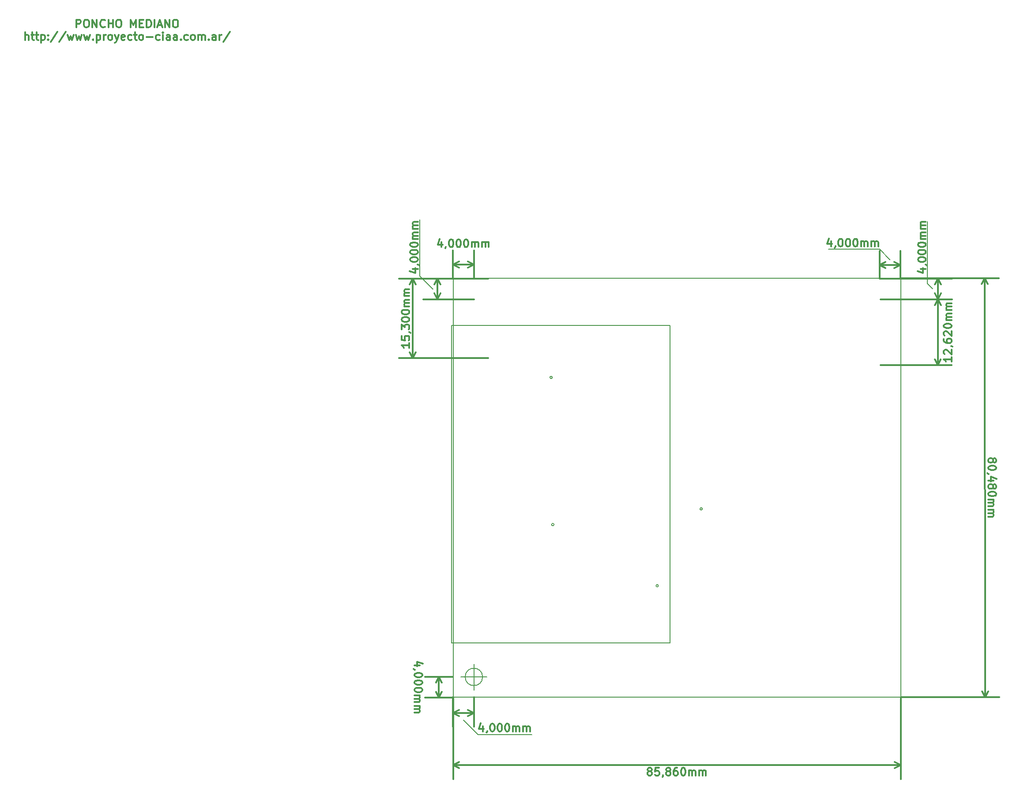
<source format=gbr>
G04 #@! TF.FileFunction,Drawing*
%FSLAX46Y46*%
G04 Gerber Fmt 4.6, Leading zero omitted, Abs format (unit mm)*
G04 Created by KiCad (PCBNEW 4.0.2-stable) date 30/10/2016 11:04:25*
%MOMM*%
G01*
G04 APERTURE LIST*
%ADD10C,0.100000*%
%ADD11C,0.150000*%
%ADD12C,0.300000*%
%ADD13C,0.200000*%
G04 APERTURE END LIST*
D10*
D11*
X1666666Y0D02*
G75*
G03X1666666Y0I-1666666J0D01*
G01*
X-2500000Y0D02*
X2500000Y0D01*
X0Y2500000D02*
X0Y-2500000D01*
D12*
X-10378571Y2214285D02*
X-11378571Y2214285D01*
X-9807143Y2571428D02*
X-10878571Y2928571D01*
X-10878571Y1999999D01*
X-11307143Y1357143D02*
X-11378571Y1357143D01*
X-11521429Y1428571D01*
X-11592857Y1500000D01*
X-9878571Y428571D02*
X-9878571Y285714D01*
X-9950000Y142857D01*
X-10021429Y71428D01*
X-10164286Y-1D01*
X-10450000Y-71429D01*
X-10807143Y-71429D01*
X-11092857Y-1D01*
X-11235714Y71428D01*
X-11307143Y142857D01*
X-11378571Y285714D01*
X-11378571Y428571D01*
X-11307143Y571428D01*
X-11235714Y642857D01*
X-11092857Y714285D01*
X-10807143Y785714D01*
X-10450000Y785714D01*
X-10164286Y714285D01*
X-10021429Y642857D01*
X-9950000Y571428D01*
X-9878571Y428571D01*
X-9878571Y-1000000D02*
X-9878571Y-1142857D01*
X-9950000Y-1285714D01*
X-10021429Y-1357143D01*
X-10164286Y-1428572D01*
X-10450000Y-1500000D01*
X-10807143Y-1500000D01*
X-11092857Y-1428572D01*
X-11235714Y-1357143D01*
X-11307143Y-1285714D01*
X-11378571Y-1142857D01*
X-11378571Y-1000000D01*
X-11307143Y-857143D01*
X-11235714Y-785714D01*
X-11092857Y-714286D01*
X-10807143Y-642857D01*
X-10450000Y-642857D01*
X-10164286Y-714286D01*
X-10021429Y-785714D01*
X-9950000Y-857143D01*
X-9878571Y-1000000D01*
X-9878571Y-2428571D02*
X-9878571Y-2571428D01*
X-9950000Y-2714285D01*
X-10021429Y-2785714D01*
X-10164286Y-2857143D01*
X-10450000Y-2928571D01*
X-10807143Y-2928571D01*
X-11092857Y-2857143D01*
X-11235714Y-2785714D01*
X-11307143Y-2714285D01*
X-11378571Y-2571428D01*
X-11378571Y-2428571D01*
X-11307143Y-2285714D01*
X-11235714Y-2214285D01*
X-11092857Y-2142857D01*
X-10807143Y-2071428D01*
X-10450000Y-2071428D01*
X-10164286Y-2142857D01*
X-10021429Y-2214285D01*
X-9950000Y-2285714D01*
X-9878571Y-2428571D01*
X-11378571Y-3571428D02*
X-10378571Y-3571428D01*
X-10521429Y-3571428D02*
X-10450000Y-3642856D01*
X-10378571Y-3785714D01*
X-10378571Y-3999999D01*
X-10450000Y-4142856D01*
X-10592857Y-4214285D01*
X-11378571Y-4214285D01*
X-10592857Y-4214285D02*
X-10450000Y-4285714D01*
X-10378571Y-4428571D01*
X-10378571Y-4642856D01*
X-10450000Y-4785714D01*
X-10592857Y-4857142D01*
X-11378571Y-4857142D01*
X-11378571Y-5571428D02*
X-10378571Y-5571428D01*
X-10521429Y-5571428D02*
X-10450000Y-5642856D01*
X-10378571Y-5785714D01*
X-10378571Y-5999999D01*
X-10450000Y-6142856D01*
X-10592857Y-6214285D01*
X-11378571Y-6214285D01*
X-10592857Y-6214285D02*
X-10450000Y-6285714D01*
X-10378571Y-6428571D01*
X-10378571Y-6642856D01*
X-10450000Y-6785714D01*
X-10592857Y-6857142D01*
X-11378571Y-6857142D01*
X-6700000Y0D02*
X-6700000Y-4000000D01*
X-4000000Y0D02*
X-9400000Y0D01*
X-4000000Y-4000000D02*
X-9400000Y-4000000D01*
X-6700000Y-4000000D02*
X-7286421Y-2873496D01*
X-6700000Y-4000000D02*
X-6113579Y-2873496D01*
X-6700000Y0D02*
X-7286421Y-1126504D01*
X-6700000Y0D02*
X-6113579Y-1126504D01*
D13*
X800000Y-11100000D02*
X11100000Y-11100000D01*
X-2000000Y-8300000D02*
X800000Y-11100000D01*
D12*
X1685715Y-9478571D02*
X1685715Y-10478571D01*
X1328572Y-8907143D02*
X971429Y-9978571D01*
X1900001Y-9978571D01*
X2542857Y-10407143D02*
X2542857Y-10478571D01*
X2471429Y-10621429D01*
X2400000Y-10692857D01*
X3471429Y-8978571D02*
X3614286Y-8978571D01*
X3757143Y-9050000D01*
X3828572Y-9121429D01*
X3900001Y-9264286D01*
X3971429Y-9550000D01*
X3971429Y-9907143D01*
X3900001Y-10192857D01*
X3828572Y-10335714D01*
X3757143Y-10407143D01*
X3614286Y-10478571D01*
X3471429Y-10478571D01*
X3328572Y-10407143D01*
X3257143Y-10335714D01*
X3185715Y-10192857D01*
X3114286Y-9907143D01*
X3114286Y-9550000D01*
X3185715Y-9264286D01*
X3257143Y-9121429D01*
X3328572Y-9050000D01*
X3471429Y-8978571D01*
X4900000Y-8978571D02*
X5042857Y-8978571D01*
X5185714Y-9050000D01*
X5257143Y-9121429D01*
X5328572Y-9264286D01*
X5400000Y-9550000D01*
X5400000Y-9907143D01*
X5328572Y-10192857D01*
X5257143Y-10335714D01*
X5185714Y-10407143D01*
X5042857Y-10478571D01*
X4900000Y-10478571D01*
X4757143Y-10407143D01*
X4685714Y-10335714D01*
X4614286Y-10192857D01*
X4542857Y-9907143D01*
X4542857Y-9550000D01*
X4614286Y-9264286D01*
X4685714Y-9121429D01*
X4757143Y-9050000D01*
X4900000Y-8978571D01*
X6328571Y-8978571D02*
X6471428Y-8978571D01*
X6614285Y-9050000D01*
X6685714Y-9121429D01*
X6757143Y-9264286D01*
X6828571Y-9550000D01*
X6828571Y-9907143D01*
X6757143Y-10192857D01*
X6685714Y-10335714D01*
X6614285Y-10407143D01*
X6471428Y-10478571D01*
X6328571Y-10478571D01*
X6185714Y-10407143D01*
X6114285Y-10335714D01*
X6042857Y-10192857D01*
X5971428Y-9907143D01*
X5971428Y-9550000D01*
X6042857Y-9264286D01*
X6114285Y-9121429D01*
X6185714Y-9050000D01*
X6328571Y-8978571D01*
X7471428Y-10478571D02*
X7471428Y-9478571D01*
X7471428Y-9621429D02*
X7542856Y-9550000D01*
X7685714Y-9478571D01*
X7899999Y-9478571D01*
X8042856Y-9550000D01*
X8114285Y-9692857D01*
X8114285Y-10478571D01*
X8114285Y-9692857D02*
X8185714Y-9550000D01*
X8328571Y-9478571D01*
X8542856Y-9478571D01*
X8685714Y-9550000D01*
X8757142Y-9692857D01*
X8757142Y-10478571D01*
X9471428Y-10478571D02*
X9471428Y-9478571D01*
X9471428Y-9621429D02*
X9542856Y-9550000D01*
X9685714Y-9478571D01*
X9899999Y-9478571D01*
X10042856Y-9550000D01*
X10114285Y-9692857D01*
X10114285Y-10478571D01*
X10114285Y-9692857D02*
X10185714Y-9550000D01*
X10328571Y-9478571D01*
X10542856Y-9478571D01*
X10685714Y-9550000D01*
X10757142Y-9692857D01*
X10757142Y-10478571D01*
X0Y-6900000D02*
X-4000000Y-6900000D01*
X0Y-3900000D02*
X0Y-9600000D01*
X-4000000Y-3900000D02*
X-4000000Y-9600000D01*
X-4000000Y-6900000D02*
X-2873496Y-6313579D01*
X-4000000Y-6900000D02*
X-2873496Y-7486421D01*
X0Y-6900000D02*
X-1126504Y-6313579D01*
X0Y-6900000D02*
X-1126504Y-7486421D01*
D13*
X-10400000Y77000000D02*
X-10400000Y87800000D01*
X-7800000Y74400000D02*
X-10400000Y77000000D01*
D12*
X-6214285Y83521429D02*
X-6214285Y82521429D01*
X-6571428Y84092857D02*
X-6928571Y83021429D01*
X-5999999Y83021429D01*
X-5357143Y82592857D02*
X-5357143Y82521429D01*
X-5428571Y82378571D01*
X-5500000Y82307143D01*
X-4428571Y84021429D02*
X-4285714Y84021429D01*
X-4142857Y83950000D01*
X-4071428Y83878571D01*
X-3999999Y83735714D01*
X-3928571Y83450000D01*
X-3928571Y83092857D01*
X-3999999Y82807143D01*
X-4071428Y82664286D01*
X-4142857Y82592857D01*
X-4285714Y82521429D01*
X-4428571Y82521429D01*
X-4571428Y82592857D01*
X-4642857Y82664286D01*
X-4714285Y82807143D01*
X-4785714Y83092857D01*
X-4785714Y83450000D01*
X-4714285Y83735714D01*
X-4642857Y83878571D01*
X-4571428Y83950000D01*
X-4428571Y84021429D01*
X-3000000Y84021429D02*
X-2857143Y84021429D01*
X-2714286Y83950000D01*
X-2642857Y83878571D01*
X-2571428Y83735714D01*
X-2500000Y83450000D01*
X-2500000Y83092857D01*
X-2571428Y82807143D01*
X-2642857Y82664286D01*
X-2714286Y82592857D01*
X-2857143Y82521429D01*
X-3000000Y82521429D01*
X-3142857Y82592857D01*
X-3214286Y82664286D01*
X-3285714Y82807143D01*
X-3357143Y83092857D01*
X-3357143Y83450000D01*
X-3285714Y83735714D01*
X-3214286Y83878571D01*
X-3142857Y83950000D01*
X-3000000Y84021429D01*
X-1571429Y84021429D02*
X-1428572Y84021429D01*
X-1285715Y83950000D01*
X-1214286Y83878571D01*
X-1142857Y83735714D01*
X-1071429Y83450000D01*
X-1071429Y83092857D01*
X-1142857Y82807143D01*
X-1214286Y82664286D01*
X-1285715Y82592857D01*
X-1428572Y82521429D01*
X-1571429Y82521429D01*
X-1714286Y82592857D01*
X-1785715Y82664286D01*
X-1857143Y82807143D01*
X-1928572Y83092857D01*
X-1928572Y83450000D01*
X-1857143Y83735714D01*
X-1785715Y83878571D01*
X-1714286Y83950000D01*
X-1571429Y84021429D01*
X-428572Y82521429D02*
X-428572Y83521429D01*
X-428572Y83378571D02*
X-357144Y83450000D01*
X-214286Y83521429D01*
X-1Y83521429D01*
X142856Y83450000D01*
X214285Y83307143D01*
X214285Y82521429D01*
X214285Y83307143D02*
X285714Y83450000D01*
X428571Y83521429D01*
X642856Y83521429D01*
X785714Y83450000D01*
X857142Y83307143D01*
X857142Y82521429D01*
X1571428Y82521429D02*
X1571428Y83521429D01*
X1571428Y83378571D02*
X1642856Y83450000D01*
X1785714Y83521429D01*
X1999999Y83521429D01*
X2142856Y83450000D01*
X2214285Y83307143D01*
X2214285Y82521429D01*
X2214285Y83307143D02*
X2285714Y83450000D01*
X2428571Y83521429D01*
X2642856Y83521429D01*
X2785714Y83450000D01*
X2857142Y83307143D01*
X2857142Y82521429D01*
X0Y79200000D02*
X-4000000Y79200000D01*
X0Y76500000D02*
X0Y81900000D01*
X-4000000Y76500000D02*
X-4000000Y81900000D01*
X-4000000Y79200000D02*
X-2873496Y79786421D01*
X-4000000Y79200000D02*
X-2873496Y78613579D01*
X0Y79200000D02*
X-1126504Y79786421D01*
X0Y79200000D02*
X-1126504Y78613579D01*
D13*
X77800000Y82100000D02*
X68000000Y82100000D01*
X79800000Y80100000D02*
X77800000Y82100000D01*
D12*
X68485715Y83621429D02*
X68485715Y82621429D01*
X68128572Y84192857D02*
X67771429Y83121429D01*
X68700001Y83121429D01*
X69342857Y82692857D02*
X69342857Y82621429D01*
X69271429Y82478571D01*
X69200000Y82407143D01*
X70271429Y84121429D02*
X70414286Y84121429D01*
X70557143Y84050000D01*
X70628572Y83978571D01*
X70700001Y83835714D01*
X70771429Y83550000D01*
X70771429Y83192857D01*
X70700001Y82907143D01*
X70628572Y82764286D01*
X70557143Y82692857D01*
X70414286Y82621429D01*
X70271429Y82621429D01*
X70128572Y82692857D01*
X70057143Y82764286D01*
X69985715Y82907143D01*
X69914286Y83192857D01*
X69914286Y83550000D01*
X69985715Y83835714D01*
X70057143Y83978571D01*
X70128572Y84050000D01*
X70271429Y84121429D01*
X71700000Y84121429D02*
X71842857Y84121429D01*
X71985714Y84050000D01*
X72057143Y83978571D01*
X72128572Y83835714D01*
X72200000Y83550000D01*
X72200000Y83192857D01*
X72128572Y82907143D01*
X72057143Y82764286D01*
X71985714Y82692857D01*
X71842857Y82621429D01*
X71700000Y82621429D01*
X71557143Y82692857D01*
X71485714Y82764286D01*
X71414286Y82907143D01*
X71342857Y83192857D01*
X71342857Y83550000D01*
X71414286Y83835714D01*
X71485714Y83978571D01*
X71557143Y84050000D01*
X71700000Y84121429D01*
X73128571Y84121429D02*
X73271428Y84121429D01*
X73414285Y84050000D01*
X73485714Y83978571D01*
X73557143Y83835714D01*
X73628571Y83550000D01*
X73628571Y83192857D01*
X73557143Y82907143D01*
X73485714Y82764286D01*
X73414285Y82692857D01*
X73271428Y82621429D01*
X73128571Y82621429D01*
X72985714Y82692857D01*
X72914285Y82764286D01*
X72842857Y82907143D01*
X72771428Y83192857D01*
X72771428Y83550000D01*
X72842857Y83835714D01*
X72914285Y83978571D01*
X72985714Y84050000D01*
X73128571Y84121429D01*
X74271428Y82621429D02*
X74271428Y83621429D01*
X74271428Y83478571D02*
X74342856Y83550000D01*
X74485714Y83621429D01*
X74699999Y83621429D01*
X74842856Y83550000D01*
X74914285Y83407143D01*
X74914285Y82621429D01*
X74914285Y83407143D02*
X74985714Y83550000D01*
X75128571Y83621429D01*
X75342856Y83621429D01*
X75485714Y83550000D01*
X75557142Y83407143D01*
X75557142Y82621429D01*
X76271428Y82621429D02*
X76271428Y83621429D01*
X76271428Y83478571D02*
X76342856Y83550000D01*
X76485714Y83621429D01*
X76699999Y83621429D01*
X76842856Y83550000D01*
X76914285Y83407143D01*
X76914285Y82621429D01*
X76914285Y83407143D02*
X76985714Y83550000D01*
X77128571Y83621429D01*
X77342856Y83621429D01*
X77485714Y83550000D01*
X77557142Y83407143D01*
X77557142Y82621429D01*
X77800000Y79100000D02*
X81800000Y79100000D01*
X77800000Y76500000D02*
X77800000Y81800000D01*
X81800000Y76500000D02*
X81800000Y81800000D01*
X81800000Y79100000D02*
X80673496Y78513579D01*
X81800000Y79100000D02*
X80673496Y79686421D01*
X77800000Y79100000D02*
X78926504Y78513579D01*
X77800000Y79100000D02*
X78926504Y79686421D01*
X-12371429Y64064287D02*
X-12371429Y63207144D01*
X-12371429Y63635716D02*
X-13871429Y63635716D01*
X-13657143Y63492859D01*
X-13514286Y63350001D01*
X-13442857Y63207144D01*
X-13871429Y65421430D02*
X-13871429Y64707144D01*
X-13157143Y64635715D01*
X-13228571Y64707144D01*
X-13300000Y64850001D01*
X-13300000Y65207144D01*
X-13228571Y65350001D01*
X-13157143Y65421430D01*
X-13014286Y65492858D01*
X-12657143Y65492858D01*
X-12514286Y65421430D01*
X-12442857Y65350001D01*
X-12371429Y65207144D01*
X-12371429Y64850001D01*
X-12442857Y64707144D01*
X-12514286Y64635715D01*
X-12442857Y66207143D02*
X-12371429Y66207143D01*
X-12228571Y66135715D01*
X-12157143Y66064286D01*
X-13871429Y66707144D02*
X-13871429Y67635715D01*
X-13300000Y67135715D01*
X-13300000Y67350001D01*
X-13228571Y67492858D01*
X-13157143Y67564287D01*
X-13014286Y67635715D01*
X-12657143Y67635715D01*
X-12514286Y67564287D01*
X-12442857Y67492858D01*
X-12371429Y67350001D01*
X-12371429Y66921429D01*
X-12442857Y66778572D01*
X-12514286Y66707144D01*
X-13871429Y68564286D02*
X-13871429Y68707143D01*
X-13800000Y68850000D01*
X-13728571Y68921429D01*
X-13585714Y68992858D01*
X-13300000Y69064286D01*
X-12942857Y69064286D01*
X-12657143Y68992858D01*
X-12514286Y68921429D01*
X-12442857Y68850000D01*
X-12371429Y68707143D01*
X-12371429Y68564286D01*
X-12442857Y68421429D01*
X-12514286Y68350000D01*
X-12657143Y68278572D01*
X-12942857Y68207143D01*
X-13300000Y68207143D01*
X-13585714Y68278572D01*
X-13728571Y68350000D01*
X-13800000Y68421429D01*
X-13871429Y68564286D01*
X-13871429Y69992857D02*
X-13871429Y70135714D01*
X-13800000Y70278571D01*
X-13728571Y70350000D01*
X-13585714Y70421429D01*
X-13300000Y70492857D01*
X-12942857Y70492857D01*
X-12657143Y70421429D01*
X-12514286Y70350000D01*
X-12442857Y70278571D01*
X-12371429Y70135714D01*
X-12371429Y69992857D01*
X-12442857Y69850000D01*
X-12514286Y69778571D01*
X-12657143Y69707143D01*
X-12942857Y69635714D01*
X-13300000Y69635714D01*
X-13585714Y69707143D01*
X-13728571Y69778571D01*
X-13800000Y69850000D01*
X-13871429Y69992857D01*
X-12371429Y71135714D02*
X-13371429Y71135714D01*
X-13228571Y71135714D02*
X-13300000Y71207142D01*
X-13371429Y71350000D01*
X-13371429Y71564285D01*
X-13300000Y71707142D01*
X-13157143Y71778571D01*
X-12371429Y71778571D01*
X-13157143Y71778571D02*
X-13300000Y71850000D01*
X-13371429Y71992857D01*
X-13371429Y72207142D01*
X-13300000Y72350000D01*
X-13157143Y72421428D01*
X-12371429Y72421428D01*
X-12371429Y73135714D02*
X-13371429Y73135714D01*
X-13228571Y73135714D02*
X-13300000Y73207142D01*
X-13371429Y73350000D01*
X-13371429Y73564285D01*
X-13300000Y73707142D01*
X-13157143Y73778571D01*
X-12371429Y73778571D01*
X-13157143Y73778571D02*
X-13300000Y73850000D01*
X-13371429Y73992857D01*
X-13371429Y74207142D01*
X-13300000Y74350000D01*
X-13157143Y74421428D01*
X-12371429Y74421428D01*
X-11700000Y61200000D02*
X-11700000Y76500000D01*
X2700000Y61200000D02*
X-14400000Y61200000D01*
X2700000Y76500000D02*
X-14400000Y76500000D01*
X-11700000Y76500000D02*
X-11113579Y75373496D01*
X-11700000Y76500000D02*
X-12286421Y75373496D01*
X-11700000Y61200000D02*
X-11113579Y62326504D01*
X-11700000Y61200000D02*
X-12286421Y62326504D01*
X-11721429Y78285715D02*
X-10721429Y78285715D01*
X-12292857Y77928572D02*
X-11221429Y77571429D01*
X-11221429Y78500001D01*
X-10792857Y79142857D02*
X-10721429Y79142857D01*
X-10578571Y79071429D01*
X-10507143Y79000000D01*
X-12221429Y80071429D02*
X-12221429Y80214286D01*
X-12150000Y80357143D01*
X-12078571Y80428572D01*
X-11935714Y80500001D01*
X-11650000Y80571429D01*
X-11292857Y80571429D01*
X-11007143Y80500001D01*
X-10864286Y80428572D01*
X-10792857Y80357143D01*
X-10721429Y80214286D01*
X-10721429Y80071429D01*
X-10792857Y79928572D01*
X-10864286Y79857143D01*
X-11007143Y79785715D01*
X-11292857Y79714286D01*
X-11650000Y79714286D01*
X-11935714Y79785715D01*
X-12078571Y79857143D01*
X-12150000Y79928572D01*
X-12221429Y80071429D01*
X-12221429Y81500000D02*
X-12221429Y81642857D01*
X-12150000Y81785714D01*
X-12078571Y81857143D01*
X-11935714Y81928572D01*
X-11650000Y82000000D01*
X-11292857Y82000000D01*
X-11007143Y81928572D01*
X-10864286Y81857143D01*
X-10792857Y81785714D01*
X-10721429Y81642857D01*
X-10721429Y81500000D01*
X-10792857Y81357143D01*
X-10864286Y81285714D01*
X-11007143Y81214286D01*
X-11292857Y81142857D01*
X-11650000Y81142857D01*
X-11935714Y81214286D01*
X-12078571Y81285714D01*
X-12150000Y81357143D01*
X-12221429Y81500000D01*
X-12221429Y82928571D02*
X-12221429Y83071428D01*
X-12150000Y83214285D01*
X-12078571Y83285714D01*
X-11935714Y83357143D01*
X-11650000Y83428571D01*
X-11292857Y83428571D01*
X-11007143Y83357143D01*
X-10864286Y83285714D01*
X-10792857Y83214285D01*
X-10721429Y83071428D01*
X-10721429Y82928571D01*
X-10792857Y82785714D01*
X-10864286Y82714285D01*
X-11007143Y82642857D01*
X-11292857Y82571428D01*
X-11650000Y82571428D01*
X-11935714Y82642857D01*
X-12078571Y82714285D01*
X-12150000Y82785714D01*
X-12221429Y82928571D01*
X-10721429Y84071428D02*
X-11721429Y84071428D01*
X-11578571Y84071428D02*
X-11650000Y84142856D01*
X-11721429Y84285714D01*
X-11721429Y84499999D01*
X-11650000Y84642856D01*
X-11507143Y84714285D01*
X-10721429Y84714285D01*
X-11507143Y84714285D02*
X-11650000Y84785714D01*
X-11721429Y84928571D01*
X-11721429Y85142856D01*
X-11650000Y85285714D01*
X-11507143Y85357142D01*
X-10721429Y85357142D01*
X-10721429Y86071428D02*
X-11721429Y86071428D01*
X-11578571Y86071428D02*
X-11650000Y86142856D01*
X-11721429Y86285714D01*
X-11721429Y86499999D01*
X-11650000Y86642856D01*
X-11507143Y86714285D01*
X-10721429Y86714285D01*
X-11507143Y86714285D02*
X-11650000Y86785714D01*
X-11721429Y86928571D01*
X-11721429Y87142856D01*
X-11650000Y87285714D01*
X-11507143Y87357142D01*
X-10721429Y87357142D01*
X-7000000Y72500000D02*
X-7000000Y76500000D01*
X0Y72500000D02*
X-9700000Y72500000D01*
X0Y76500000D02*
X-9700000Y76500000D01*
X-7000000Y76500000D02*
X-6413579Y75373496D01*
X-7000000Y76500000D02*
X-7586421Y75373496D01*
X-7000000Y72500000D02*
X-6413579Y73626504D01*
X-7000000Y72500000D02*
X-7586421Y73626504D01*
X91627193Y61392687D02*
X91625155Y60535547D01*
X91626174Y60964118D02*
X90126178Y60967683D01*
X90340124Y60824317D01*
X90482641Y60681120D01*
X90553730Y60538094D01*
X90271413Y61967340D02*
X90200154Y62038939D01*
X90129065Y62181965D01*
X90129914Y62539107D01*
X90201682Y62681794D01*
X90273281Y62753053D01*
X90416307Y62824141D01*
X90559164Y62823801D01*
X90773279Y62751864D01*
X91628381Y61892686D01*
X91630589Y62821254D01*
X91560859Y63535707D02*
X91632287Y63535537D01*
X91774974Y63463770D01*
X91846232Y63392171D01*
X90135347Y64824815D02*
X90134668Y64539101D01*
X90205757Y64396075D01*
X90277016Y64324476D01*
X90490961Y64181110D01*
X90776505Y64109002D01*
X91347932Y64107644D01*
X91490958Y64178733D01*
X91562557Y64249991D01*
X91634324Y64392679D01*
X91635003Y64678392D01*
X91563915Y64821419D01*
X91492656Y64893017D01*
X91349969Y64964785D01*
X90992827Y64965634D01*
X90849801Y64894545D01*
X90778203Y64823286D01*
X90706435Y64680600D01*
X90705756Y64394886D01*
X90776845Y64251859D01*
X90848103Y64180261D01*
X90990790Y64108493D01*
X90279903Y65538758D02*
X90208644Y65610356D01*
X90137555Y65753383D01*
X90138404Y66110525D01*
X90210172Y66253212D01*
X90281771Y66324471D01*
X90424797Y66395559D01*
X90567654Y66395219D01*
X90781769Y66323282D01*
X91636871Y65464104D01*
X91639078Y66392672D01*
X90141290Y67324806D02*
X90141630Y67467663D01*
X90213398Y67610350D01*
X90284997Y67681609D01*
X90428023Y67752698D01*
X90713906Y67823447D01*
X91071048Y67822598D01*
X91356591Y67750491D01*
X91499278Y67678722D01*
X91570537Y67607124D01*
X91641625Y67464097D01*
X91641286Y67321241D01*
X91569518Y67178554D01*
X91497920Y67107295D01*
X91354893Y67036207D01*
X91069010Y66965457D01*
X90711868Y66966306D01*
X90426325Y67038414D01*
X90283638Y67110181D01*
X90212379Y67181780D01*
X90141290Y67324806D01*
X91644003Y68464094D02*
X90644005Y68466472D01*
X90786863Y68466132D02*
X90715604Y68537730D01*
X90644515Y68680757D01*
X90645024Y68895041D01*
X90716793Y69037728D01*
X90859819Y69108817D01*
X91645531Y69106950D01*
X90859819Y69108817D02*
X90717132Y69180586D01*
X90646043Y69323612D01*
X90646552Y69537897D01*
X90718321Y69680584D01*
X90861347Y69751673D01*
X91647059Y69749805D01*
X91648757Y70464089D02*
X90648760Y70466466D01*
X90791617Y70466126D02*
X90720358Y70537724D01*
X90649269Y70680751D01*
X90649779Y70895036D01*
X90721547Y71037723D01*
X90864573Y71108812D01*
X91650285Y71106944D01*
X90864573Y71108812D02*
X90721887Y71180580D01*
X90650797Y71323607D01*
X90651307Y71537891D01*
X90723075Y71680579D01*
X90866102Y71751667D01*
X91651813Y71749799D01*
X89008487Y72473831D02*
X88978487Y59853831D01*
X78000000Y72500000D02*
X91708479Y72467413D01*
X77970000Y59880000D02*
X91678479Y59847413D01*
X88978487Y59853831D02*
X88394746Y60981726D01*
X88978487Y59853831D02*
X89567584Y60978938D01*
X89008487Y72473831D02*
X88419390Y71348724D01*
X89008487Y72473831D02*
X89592228Y71345936D01*
D13*
X87000000Y75500000D02*
X87000000Y87500000D01*
X88000000Y74500000D02*
X87000000Y75500000D01*
D12*
X85678571Y78285715D02*
X86678571Y78285715D01*
X85107143Y77928572D02*
X86178571Y77571429D01*
X86178571Y78500001D01*
X86607143Y79142857D02*
X86678571Y79142857D01*
X86821429Y79071429D01*
X86892857Y79000000D01*
X85178571Y80071429D02*
X85178571Y80214286D01*
X85250000Y80357143D01*
X85321429Y80428572D01*
X85464286Y80500001D01*
X85750000Y80571429D01*
X86107143Y80571429D01*
X86392857Y80500001D01*
X86535714Y80428572D01*
X86607143Y80357143D01*
X86678571Y80214286D01*
X86678571Y80071429D01*
X86607143Y79928572D01*
X86535714Y79857143D01*
X86392857Y79785715D01*
X86107143Y79714286D01*
X85750000Y79714286D01*
X85464286Y79785715D01*
X85321429Y79857143D01*
X85250000Y79928572D01*
X85178571Y80071429D01*
X85178571Y81500000D02*
X85178571Y81642857D01*
X85250000Y81785714D01*
X85321429Y81857143D01*
X85464286Y81928572D01*
X85750000Y82000000D01*
X86107143Y82000000D01*
X86392857Y81928572D01*
X86535714Y81857143D01*
X86607143Y81785714D01*
X86678571Y81642857D01*
X86678571Y81500000D01*
X86607143Y81357143D01*
X86535714Y81285714D01*
X86392857Y81214286D01*
X86107143Y81142857D01*
X85750000Y81142857D01*
X85464286Y81214286D01*
X85321429Y81285714D01*
X85250000Y81357143D01*
X85178571Y81500000D01*
X85178571Y82928571D02*
X85178571Y83071428D01*
X85250000Y83214285D01*
X85321429Y83285714D01*
X85464286Y83357143D01*
X85750000Y83428571D01*
X86107143Y83428571D01*
X86392857Y83357143D01*
X86535714Y83285714D01*
X86607143Y83214285D01*
X86678571Y83071428D01*
X86678571Y82928571D01*
X86607143Y82785714D01*
X86535714Y82714285D01*
X86392857Y82642857D01*
X86107143Y82571428D01*
X85750000Y82571428D01*
X85464286Y82642857D01*
X85321429Y82714285D01*
X85250000Y82785714D01*
X85178571Y82928571D01*
X86678571Y84071428D02*
X85678571Y84071428D01*
X85821429Y84071428D02*
X85750000Y84142856D01*
X85678571Y84285714D01*
X85678571Y84499999D01*
X85750000Y84642856D01*
X85892857Y84714285D01*
X86678571Y84714285D01*
X85892857Y84714285D02*
X85750000Y84785714D01*
X85678571Y84928571D01*
X85678571Y85142856D01*
X85750000Y85285714D01*
X85892857Y85357142D01*
X86678571Y85357142D01*
X86678571Y86071428D02*
X85678571Y86071428D01*
X85821429Y86071428D02*
X85750000Y86142856D01*
X85678571Y86285714D01*
X85678571Y86499999D01*
X85750000Y86642856D01*
X85892857Y86714285D01*
X86678571Y86714285D01*
X85892857Y86714285D02*
X85750000Y86785714D01*
X85678571Y86928571D01*
X85678571Y87142856D01*
X85750000Y87285714D01*
X85892857Y87357142D01*
X86678571Y87357142D01*
X89000000Y72500000D02*
X89000000Y76500000D01*
X78000000Y72500000D02*
X91700000Y72500000D01*
X78000000Y76500000D02*
X91700000Y76500000D01*
X89000000Y76500000D02*
X89586421Y75373496D01*
X89000000Y76500000D02*
X88413579Y75373496D01*
X89000000Y72500000D02*
X89586421Y73626504D01*
X89000000Y72500000D02*
X88413579Y73626504D01*
X99564776Y41701534D02*
X99636169Y41844410D01*
X99707580Y41915856D01*
X99850420Y41987320D01*
X99921848Y41987338D01*
X100064722Y41915944D01*
X100136169Y41844534D01*
X100207634Y41701694D01*
X100207705Y41415980D01*
X100136311Y41273105D01*
X100064900Y41201658D01*
X99922061Y41130195D01*
X99850633Y41130177D01*
X99707758Y41201570D01*
X99636311Y41272981D01*
X99564847Y41415820D01*
X99564776Y41701534D01*
X99493312Y41844374D01*
X99421865Y41915785D01*
X99278991Y41987178D01*
X98993277Y41987107D01*
X98850437Y41915643D01*
X98779026Y41844197D01*
X98707634Y41701321D01*
X98707705Y41415607D01*
X98779168Y41272768D01*
X98850615Y41201357D01*
X98993490Y41129964D01*
X99279204Y41130035D01*
X99422043Y41201499D01*
X99493454Y41272945D01*
X99564847Y41415820D01*
X100208006Y40201695D02*
X100208042Y40058838D01*
X100136648Y39915963D01*
X100065237Y39844517D01*
X99922398Y39773052D01*
X99636702Y39701553D01*
X99279559Y39701464D01*
X98993827Y39772821D01*
X98850952Y39844215D01*
X98779505Y39915626D01*
X98708042Y40058465D01*
X98708006Y40201322D01*
X98779399Y40344197D01*
X98850810Y40415644D01*
X98993649Y40487107D01*
X99279346Y40558607D01*
X99636489Y40558696D01*
X99922220Y40487338D01*
X100065095Y40415946D01*
X100136542Y40344534D01*
X100208006Y40201695D01*
X98779736Y38987055D02*
X98708308Y38987037D01*
X98565433Y39058430D01*
X98493987Y39129841D01*
X99708628Y37701571D02*
X98708628Y37701322D01*
X100279967Y38058856D02*
X99208450Y38415733D01*
X99208681Y37487161D01*
X99566018Y36701535D02*
X99637412Y36844411D01*
X99708823Y36915857D01*
X99851662Y36987321D01*
X99923090Y36987339D01*
X100065965Y36915946D01*
X100137412Y36844535D01*
X100208876Y36701695D01*
X100208947Y36415981D01*
X100137554Y36273106D01*
X100066142Y36201660D01*
X99923303Y36130196D01*
X99851875Y36130178D01*
X99709000Y36201571D01*
X99637554Y36272982D01*
X99566089Y36415821D01*
X99566018Y36701535D01*
X99494555Y36844376D01*
X99423108Y36915786D01*
X99280233Y36987179D01*
X98994519Y36987108D01*
X98851680Y36915644D01*
X98780269Y36844198D01*
X98708876Y36701322D01*
X98708947Y36415608D01*
X98780411Y36272769D01*
X98851858Y36201358D01*
X98994732Y36129965D01*
X99280446Y36130036D01*
X99423286Y36201500D01*
X99494697Y36272947D01*
X99566089Y36415821D01*
X100209249Y35201696D02*
X100209284Y35058839D01*
X100137891Y34915964D01*
X100066480Y34844518D01*
X99923640Y34773053D01*
X99637944Y34701554D01*
X99280801Y34701465D01*
X98995070Y34772822D01*
X98852195Y34844216D01*
X98780748Y34915627D01*
X98709285Y35058466D01*
X98709249Y35201323D01*
X98780642Y35344198D01*
X98852053Y35415645D01*
X98994892Y35487108D01*
X99280588Y35558608D01*
X99637731Y35558697D01*
X99923463Y35487339D01*
X100066338Y35415947D01*
X100137784Y35344535D01*
X100209249Y35201696D01*
X98709533Y34058466D02*
X99709533Y34058715D01*
X99566675Y34058679D02*
X99638122Y33987269D01*
X99709586Y33844429D01*
X99709640Y33630144D01*
X99638246Y33487269D01*
X99495407Y33415805D01*
X98709693Y33415609D01*
X99495407Y33415805D02*
X99638282Y33344411D01*
X99709746Y33201572D01*
X99709799Y32987287D01*
X99638406Y32844411D01*
X99495567Y32772948D01*
X98709853Y32772752D01*
X98710030Y32058467D02*
X99710030Y32058715D01*
X99567172Y32058680D02*
X99638619Y31987269D01*
X99710083Y31844429D01*
X99710137Y31630144D01*
X99638743Y31487269D01*
X99495904Y31415805D01*
X98710190Y31415610D01*
X99495904Y31415805D02*
X99638779Y31344411D01*
X99710243Y31201572D01*
X99710296Y30987287D01*
X99638903Y30844411D01*
X99496064Y30772948D01*
X98710350Y30772753D01*
X98047536Y-3895987D02*
X98027536Y76584013D01*
X81900000Y-3900000D02*
X100747536Y-3895316D01*
X81880000Y76580000D02*
X100727536Y76584684D01*
X98027536Y76584013D02*
X98614237Y75457655D01*
X98027536Y76584013D02*
X97441395Y75457364D01*
X98047536Y-3895987D02*
X98633677Y-2769338D01*
X98047536Y-3895987D02*
X97460835Y-2769629D01*
X33592859Y-18111429D02*
X33450001Y-18040000D01*
X33378573Y-17968571D01*
X33307144Y-17825714D01*
X33307144Y-17754286D01*
X33378573Y-17611429D01*
X33450001Y-17540000D01*
X33592859Y-17468571D01*
X33878573Y-17468571D01*
X34021430Y-17540000D01*
X34092859Y-17611429D01*
X34164287Y-17754286D01*
X34164287Y-17825714D01*
X34092859Y-17968571D01*
X34021430Y-18040000D01*
X33878573Y-18111429D01*
X33592859Y-18111429D01*
X33450001Y-18182857D01*
X33378573Y-18254286D01*
X33307144Y-18397143D01*
X33307144Y-18682857D01*
X33378573Y-18825714D01*
X33450001Y-18897143D01*
X33592859Y-18968571D01*
X33878573Y-18968571D01*
X34021430Y-18897143D01*
X34092859Y-18825714D01*
X34164287Y-18682857D01*
X34164287Y-18397143D01*
X34092859Y-18254286D01*
X34021430Y-18182857D01*
X33878573Y-18111429D01*
X35521430Y-17468571D02*
X34807144Y-17468571D01*
X34735715Y-18182857D01*
X34807144Y-18111429D01*
X34950001Y-18040000D01*
X35307144Y-18040000D01*
X35450001Y-18111429D01*
X35521430Y-18182857D01*
X35592858Y-18325714D01*
X35592858Y-18682857D01*
X35521430Y-18825714D01*
X35450001Y-18897143D01*
X35307144Y-18968571D01*
X34950001Y-18968571D01*
X34807144Y-18897143D01*
X34735715Y-18825714D01*
X36307143Y-18897143D02*
X36307143Y-18968571D01*
X36235715Y-19111429D01*
X36164286Y-19182857D01*
X37164287Y-18111429D02*
X37021429Y-18040000D01*
X36950001Y-17968571D01*
X36878572Y-17825714D01*
X36878572Y-17754286D01*
X36950001Y-17611429D01*
X37021429Y-17540000D01*
X37164287Y-17468571D01*
X37450001Y-17468571D01*
X37592858Y-17540000D01*
X37664287Y-17611429D01*
X37735715Y-17754286D01*
X37735715Y-17825714D01*
X37664287Y-17968571D01*
X37592858Y-18040000D01*
X37450001Y-18111429D01*
X37164287Y-18111429D01*
X37021429Y-18182857D01*
X36950001Y-18254286D01*
X36878572Y-18397143D01*
X36878572Y-18682857D01*
X36950001Y-18825714D01*
X37021429Y-18897143D01*
X37164287Y-18968571D01*
X37450001Y-18968571D01*
X37592858Y-18897143D01*
X37664287Y-18825714D01*
X37735715Y-18682857D01*
X37735715Y-18397143D01*
X37664287Y-18254286D01*
X37592858Y-18182857D01*
X37450001Y-18111429D01*
X39021429Y-17468571D02*
X38735715Y-17468571D01*
X38592858Y-17540000D01*
X38521429Y-17611429D01*
X38378572Y-17825714D01*
X38307143Y-18111429D01*
X38307143Y-18682857D01*
X38378572Y-18825714D01*
X38450000Y-18897143D01*
X38592858Y-18968571D01*
X38878572Y-18968571D01*
X39021429Y-18897143D01*
X39092858Y-18825714D01*
X39164286Y-18682857D01*
X39164286Y-18325714D01*
X39092858Y-18182857D01*
X39021429Y-18111429D01*
X38878572Y-18040000D01*
X38592858Y-18040000D01*
X38450000Y-18111429D01*
X38378572Y-18182857D01*
X38307143Y-18325714D01*
X40092857Y-17468571D02*
X40235714Y-17468571D01*
X40378571Y-17540000D01*
X40450000Y-17611429D01*
X40521429Y-17754286D01*
X40592857Y-18040000D01*
X40592857Y-18397143D01*
X40521429Y-18682857D01*
X40450000Y-18825714D01*
X40378571Y-18897143D01*
X40235714Y-18968571D01*
X40092857Y-18968571D01*
X39950000Y-18897143D01*
X39878571Y-18825714D01*
X39807143Y-18682857D01*
X39735714Y-18397143D01*
X39735714Y-18040000D01*
X39807143Y-17754286D01*
X39878571Y-17611429D01*
X39950000Y-17540000D01*
X40092857Y-17468571D01*
X41235714Y-18968571D02*
X41235714Y-17968571D01*
X41235714Y-18111429D02*
X41307142Y-18040000D01*
X41450000Y-17968571D01*
X41664285Y-17968571D01*
X41807142Y-18040000D01*
X41878571Y-18182857D01*
X41878571Y-18968571D01*
X41878571Y-18182857D02*
X41950000Y-18040000D01*
X42092857Y-17968571D01*
X42307142Y-17968571D01*
X42450000Y-18040000D01*
X42521428Y-18182857D01*
X42521428Y-18968571D01*
X43235714Y-18968571D02*
X43235714Y-17968571D01*
X43235714Y-18111429D02*
X43307142Y-18040000D01*
X43450000Y-17968571D01*
X43664285Y-17968571D01*
X43807142Y-18040000D01*
X43878571Y-18182857D01*
X43878571Y-18968571D01*
X43878571Y-18182857D02*
X43950000Y-18040000D01*
X44092857Y-17968571D01*
X44307142Y-17968571D01*
X44450000Y-18040000D01*
X44521428Y-18182857D01*
X44521428Y-18968571D01*
X-3980000Y-16940000D02*
X81880000Y-16940000D01*
X-3980000Y-3920000D02*
X-3980000Y-19640000D01*
X81880000Y-3920000D02*
X81880000Y-19640000D01*
X81880000Y-16940000D02*
X80753496Y-17526421D01*
X81880000Y-16940000D02*
X80753496Y-16353579D01*
X-3980000Y-16940000D02*
X-2853496Y-17526421D01*
X-3980000Y-16940000D02*
X-2853496Y-16353579D01*
D13*
X15361948Y29240000D02*
G75*
G03X15361948Y29240000I-231948J0D01*
G01*
X15053452Y57500000D02*
G75*
G03X15053452Y57500000I-233452J0D01*
G01*
X43830000Y32260000D02*
G75*
G03X43830000Y32260000I-230000J0D01*
G01*
X35380227Y17510000D02*
G75*
G03X35380227Y17510000I-220227J0D01*
G01*
D11*
X-3985000Y76580000D02*
X81880000Y76580000D01*
X-3985000Y76580000D02*
X-3985000Y-3920000D01*
X81875000Y-3920000D02*
X81875000Y76580000D01*
X-3990000Y-3920000D02*
X81875000Y-3920000D01*
D12*
X-76249287Y124701429D02*
X-76249287Y126201429D01*
X-75677859Y126201429D01*
X-75535001Y126130000D01*
X-75463573Y126058571D01*
X-75392144Y125915714D01*
X-75392144Y125701429D01*
X-75463573Y125558571D01*
X-75535001Y125487143D01*
X-75677859Y125415714D01*
X-76249287Y125415714D01*
X-74463573Y126201429D02*
X-74177859Y126201429D01*
X-74035001Y126130000D01*
X-73892144Y125987143D01*
X-73820716Y125701429D01*
X-73820716Y125201429D01*
X-73892144Y124915714D01*
X-74035001Y124772857D01*
X-74177859Y124701429D01*
X-74463573Y124701429D01*
X-74606430Y124772857D01*
X-74749287Y124915714D01*
X-74820716Y125201429D01*
X-74820716Y125701429D01*
X-74749287Y125987143D01*
X-74606430Y126130000D01*
X-74463573Y126201429D01*
X-73177858Y124701429D02*
X-73177858Y126201429D01*
X-72320715Y124701429D01*
X-72320715Y126201429D01*
X-70749286Y124844286D02*
X-70820715Y124772857D01*
X-71035001Y124701429D01*
X-71177858Y124701429D01*
X-71392143Y124772857D01*
X-71535001Y124915714D01*
X-71606429Y125058571D01*
X-71677858Y125344286D01*
X-71677858Y125558571D01*
X-71606429Y125844286D01*
X-71535001Y125987143D01*
X-71392143Y126130000D01*
X-71177858Y126201429D01*
X-71035001Y126201429D01*
X-70820715Y126130000D01*
X-70749286Y126058571D01*
X-70106429Y124701429D02*
X-70106429Y126201429D01*
X-70106429Y125487143D02*
X-69249286Y125487143D01*
X-69249286Y124701429D02*
X-69249286Y126201429D01*
X-68249286Y126201429D02*
X-67963572Y126201429D01*
X-67820714Y126130000D01*
X-67677857Y125987143D01*
X-67606429Y125701429D01*
X-67606429Y125201429D01*
X-67677857Y124915714D01*
X-67820714Y124772857D01*
X-67963572Y124701429D01*
X-68249286Y124701429D01*
X-68392143Y124772857D01*
X-68535000Y124915714D01*
X-68606429Y125201429D01*
X-68606429Y125701429D01*
X-68535000Y125987143D01*
X-68392143Y126130000D01*
X-68249286Y126201429D01*
X-65820714Y124701429D02*
X-65820714Y126201429D01*
X-65320714Y125130000D01*
X-64820714Y126201429D01*
X-64820714Y124701429D01*
X-64106428Y125487143D02*
X-63606428Y125487143D01*
X-63392142Y124701429D02*
X-64106428Y124701429D01*
X-64106428Y126201429D01*
X-63392142Y126201429D01*
X-62749285Y124701429D02*
X-62749285Y126201429D01*
X-62392142Y126201429D01*
X-62177857Y126130000D01*
X-62034999Y125987143D01*
X-61963571Y125844286D01*
X-61892142Y125558571D01*
X-61892142Y125344286D01*
X-61963571Y125058571D01*
X-62034999Y124915714D01*
X-62177857Y124772857D01*
X-62392142Y124701429D01*
X-62749285Y124701429D01*
X-61249285Y124701429D02*
X-61249285Y126201429D01*
X-60606428Y125130000D02*
X-59892142Y125130000D01*
X-60749285Y124701429D02*
X-60249285Y126201429D01*
X-59749285Y124701429D01*
X-59249285Y124701429D02*
X-59249285Y126201429D01*
X-58392142Y124701429D01*
X-58392142Y126201429D01*
X-57392142Y126201429D02*
X-57106428Y126201429D01*
X-56963570Y126130000D01*
X-56820713Y125987143D01*
X-56749285Y125701429D01*
X-56749285Y125201429D01*
X-56820713Y124915714D01*
X-56963570Y124772857D01*
X-57106428Y124701429D01*
X-57392142Y124701429D01*
X-57534999Y124772857D01*
X-57677856Y124915714D01*
X-57749285Y125201429D01*
X-57749285Y125701429D01*
X-57677856Y125987143D01*
X-57534999Y126130000D01*
X-57392142Y126201429D01*
X-86070716Y122301429D02*
X-86070716Y123801429D01*
X-85427859Y122301429D02*
X-85427859Y123087143D01*
X-85499288Y123230000D01*
X-85642145Y123301429D01*
X-85856430Y123301429D01*
X-85999288Y123230000D01*
X-86070716Y123158571D01*
X-84927859Y123301429D02*
X-84356430Y123301429D01*
X-84713573Y123801429D02*
X-84713573Y122515714D01*
X-84642145Y122372857D01*
X-84499287Y122301429D01*
X-84356430Y122301429D01*
X-84070716Y123301429D02*
X-83499287Y123301429D01*
X-83856430Y123801429D02*
X-83856430Y122515714D01*
X-83785002Y122372857D01*
X-83642144Y122301429D01*
X-83499287Y122301429D01*
X-82999287Y123301429D02*
X-82999287Y121801429D01*
X-82999287Y123230000D02*
X-82856430Y123301429D01*
X-82570716Y123301429D01*
X-82427859Y123230000D01*
X-82356430Y123158571D01*
X-82285001Y123015714D01*
X-82285001Y122587143D01*
X-82356430Y122444286D01*
X-82427859Y122372857D01*
X-82570716Y122301429D01*
X-82856430Y122301429D01*
X-82999287Y122372857D01*
X-81642144Y122444286D02*
X-81570716Y122372857D01*
X-81642144Y122301429D01*
X-81713573Y122372857D01*
X-81642144Y122444286D01*
X-81642144Y122301429D01*
X-81642144Y123230000D02*
X-81570716Y123158571D01*
X-81642144Y123087143D01*
X-81713573Y123158571D01*
X-81642144Y123230000D01*
X-81642144Y123087143D01*
X-79856430Y123872857D02*
X-81142144Y121944286D01*
X-78285001Y123872857D02*
X-79570715Y121944286D01*
X-77927857Y123301429D02*
X-77642143Y122301429D01*
X-77356429Y123015714D01*
X-77070714Y122301429D01*
X-76785000Y123301429D01*
X-76356428Y123301429D02*
X-76070714Y122301429D01*
X-75785000Y123015714D01*
X-75499285Y122301429D01*
X-75213571Y123301429D01*
X-74784999Y123301429D02*
X-74499285Y122301429D01*
X-74213571Y123015714D01*
X-73927856Y122301429D01*
X-73642142Y123301429D01*
X-73070713Y122444286D02*
X-72999285Y122372857D01*
X-73070713Y122301429D01*
X-73142142Y122372857D01*
X-73070713Y122444286D01*
X-73070713Y122301429D01*
X-72356427Y123301429D02*
X-72356427Y121801429D01*
X-72356427Y123230000D02*
X-72213570Y123301429D01*
X-71927856Y123301429D01*
X-71784999Y123230000D01*
X-71713570Y123158571D01*
X-71642141Y123015714D01*
X-71642141Y122587143D01*
X-71713570Y122444286D01*
X-71784999Y122372857D01*
X-71927856Y122301429D01*
X-72213570Y122301429D01*
X-72356427Y122372857D01*
X-70999284Y122301429D02*
X-70999284Y123301429D01*
X-70999284Y123015714D02*
X-70927856Y123158571D01*
X-70856427Y123230000D01*
X-70713570Y123301429D01*
X-70570713Y123301429D01*
X-69856427Y122301429D02*
X-69999285Y122372857D01*
X-70070713Y122444286D01*
X-70142142Y122587143D01*
X-70142142Y123015714D01*
X-70070713Y123158571D01*
X-69999285Y123230000D01*
X-69856427Y123301429D01*
X-69642142Y123301429D01*
X-69499285Y123230000D01*
X-69427856Y123158571D01*
X-69356427Y123015714D01*
X-69356427Y122587143D01*
X-69427856Y122444286D01*
X-69499285Y122372857D01*
X-69642142Y122301429D01*
X-69856427Y122301429D01*
X-68856427Y123301429D02*
X-68499284Y122301429D01*
X-68142142Y123301429D02*
X-68499284Y122301429D01*
X-68642142Y121944286D01*
X-68713570Y121872857D01*
X-68856427Y121801429D01*
X-66999285Y122372857D02*
X-67142142Y122301429D01*
X-67427856Y122301429D01*
X-67570713Y122372857D01*
X-67642142Y122515714D01*
X-67642142Y123087143D01*
X-67570713Y123230000D01*
X-67427856Y123301429D01*
X-67142142Y123301429D01*
X-66999285Y123230000D01*
X-66927856Y123087143D01*
X-66927856Y122944286D01*
X-67642142Y122801429D01*
X-65642142Y122372857D02*
X-65784999Y122301429D01*
X-66070713Y122301429D01*
X-66213571Y122372857D01*
X-66284999Y122444286D01*
X-66356428Y122587143D01*
X-66356428Y123015714D01*
X-66284999Y123158571D01*
X-66213571Y123230000D01*
X-66070713Y123301429D01*
X-65784999Y123301429D01*
X-65642142Y123230000D01*
X-65213571Y123301429D02*
X-64642142Y123301429D01*
X-64999285Y123801429D02*
X-64999285Y122515714D01*
X-64927857Y122372857D01*
X-64784999Y122301429D01*
X-64642142Y122301429D01*
X-63927856Y122301429D02*
X-64070714Y122372857D01*
X-64142142Y122444286D01*
X-64213571Y122587143D01*
X-64213571Y123015714D01*
X-64142142Y123158571D01*
X-64070714Y123230000D01*
X-63927856Y123301429D01*
X-63713571Y123301429D01*
X-63570714Y123230000D01*
X-63499285Y123158571D01*
X-63427856Y123015714D01*
X-63427856Y122587143D01*
X-63499285Y122444286D01*
X-63570714Y122372857D01*
X-63713571Y122301429D01*
X-63927856Y122301429D01*
X-62784999Y122872857D02*
X-61642142Y122872857D01*
X-60284999Y122372857D02*
X-60427856Y122301429D01*
X-60713570Y122301429D01*
X-60856428Y122372857D01*
X-60927856Y122444286D01*
X-60999285Y122587143D01*
X-60999285Y123015714D01*
X-60927856Y123158571D01*
X-60856428Y123230000D01*
X-60713570Y123301429D01*
X-60427856Y123301429D01*
X-60284999Y123230000D01*
X-59642142Y122301429D02*
X-59642142Y123301429D01*
X-59642142Y123801429D02*
X-59713571Y123730000D01*
X-59642142Y123658571D01*
X-59570714Y123730000D01*
X-59642142Y123801429D01*
X-59642142Y123658571D01*
X-58284999Y122301429D02*
X-58284999Y123087143D01*
X-58356428Y123230000D01*
X-58499285Y123301429D01*
X-58784999Y123301429D01*
X-58927856Y123230000D01*
X-58284999Y122372857D02*
X-58427856Y122301429D01*
X-58784999Y122301429D01*
X-58927856Y122372857D01*
X-58999285Y122515714D01*
X-58999285Y122658571D01*
X-58927856Y122801429D01*
X-58784999Y122872857D01*
X-58427856Y122872857D01*
X-58284999Y122944286D01*
X-56927856Y122301429D02*
X-56927856Y123087143D01*
X-56999285Y123230000D01*
X-57142142Y123301429D01*
X-57427856Y123301429D01*
X-57570713Y123230000D01*
X-56927856Y122372857D02*
X-57070713Y122301429D01*
X-57427856Y122301429D01*
X-57570713Y122372857D01*
X-57642142Y122515714D01*
X-57642142Y122658571D01*
X-57570713Y122801429D01*
X-57427856Y122872857D01*
X-57070713Y122872857D01*
X-56927856Y122944286D01*
X-56213570Y122444286D02*
X-56142142Y122372857D01*
X-56213570Y122301429D01*
X-56284999Y122372857D01*
X-56213570Y122444286D01*
X-56213570Y122301429D01*
X-54856427Y122372857D02*
X-54999284Y122301429D01*
X-55284998Y122301429D01*
X-55427856Y122372857D01*
X-55499284Y122444286D01*
X-55570713Y122587143D01*
X-55570713Y123015714D01*
X-55499284Y123158571D01*
X-55427856Y123230000D01*
X-55284998Y123301429D01*
X-54999284Y123301429D01*
X-54856427Y123230000D01*
X-53999284Y122301429D02*
X-54142142Y122372857D01*
X-54213570Y122444286D01*
X-54284999Y122587143D01*
X-54284999Y123015714D01*
X-54213570Y123158571D01*
X-54142142Y123230000D01*
X-53999284Y123301429D01*
X-53784999Y123301429D01*
X-53642142Y123230000D01*
X-53570713Y123158571D01*
X-53499284Y123015714D01*
X-53499284Y122587143D01*
X-53570713Y122444286D01*
X-53642142Y122372857D01*
X-53784999Y122301429D01*
X-53999284Y122301429D01*
X-52856427Y122301429D02*
X-52856427Y123301429D01*
X-52856427Y123158571D02*
X-52784999Y123230000D01*
X-52642141Y123301429D01*
X-52427856Y123301429D01*
X-52284999Y123230000D01*
X-52213570Y123087143D01*
X-52213570Y122301429D01*
X-52213570Y123087143D02*
X-52142141Y123230000D01*
X-51999284Y123301429D01*
X-51784999Y123301429D01*
X-51642141Y123230000D01*
X-51570713Y123087143D01*
X-51570713Y122301429D01*
X-50856427Y122444286D02*
X-50784999Y122372857D01*
X-50856427Y122301429D01*
X-50927856Y122372857D01*
X-50856427Y122444286D01*
X-50856427Y122301429D01*
X-49499284Y122301429D02*
X-49499284Y123087143D01*
X-49570713Y123230000D01*
X-49713570Y123301429D01*
X-49999284Y123301429D01*
X-50142141Y123230000D01*
X-49499284Y122372857D02*
X-49642141Y122301429D01*
X-49999284Y122301429D01*
X-50142141Y122372857D01*
X-50213570Y122515714D01*
X-50213570Y122658571D01*
X-50142141Y122801429D01*
X-49999284Y122872857D01*
X-49642141Y122872857D01*
X-49499284Y122944286D01*
X-48784998Y122301429D02*
X-48784998Y123301429D01*
X-48784998Y123015714D02*
X-48713570Y123158571D01*
X-48642141Y123230000D01*
X-48499284Y123301429D01*
X-48356427Y123301429D01*
X-46784999Y123872857D02*
X-48070713Y121944286D01*
D11*
X37605000Y67530000D02*
X-4305000Y67530000D01*
X37605000Y6570000D02*
X-4305000Y6570000D01*
X37605000Y67530000D02*
X37605000Y6570000D01*
X-4305000Y6570000D02*
X-4305000Y67530000D01*
M02*

</source>
